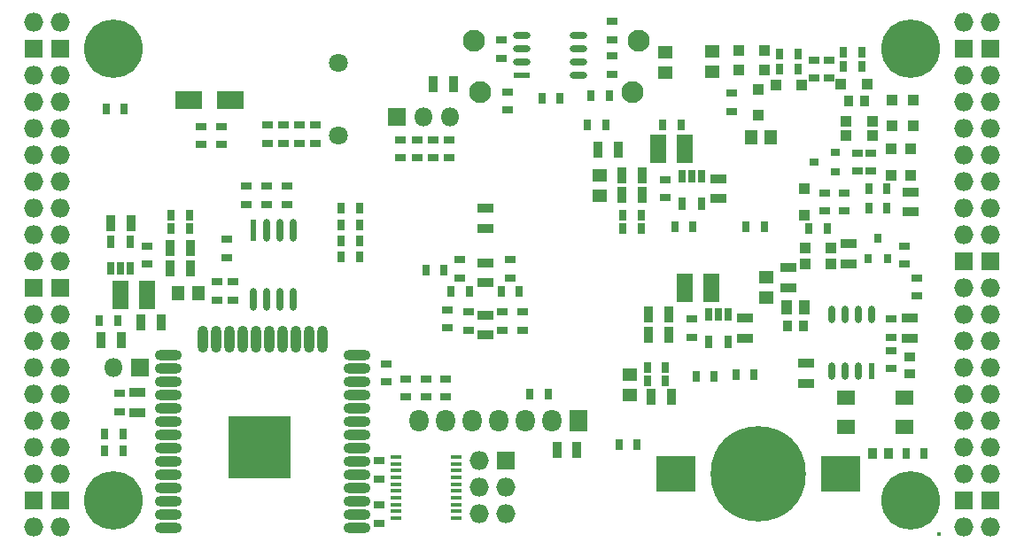
<source format=gbs>
G04 #@! TF.GenerationSoftware,KiCad,Pcbnew,5.0.0-rc2+dfsg1-3*
G04 #@! TF.CreationDate,2018-07-04T13:00:34+02:00*
G04 #@! TF.ProjectId,ulx3s,756C7833732E6B696361645F70636200,rev?*
G04 #@! TF.SameCoordinates,Original*
G04 #@! TF.FileFunction,Soldermask,Bot*
G04 #@! TF.FilePolarity,Negative*
%FSLAX46Y46*%
G04 Gerber Fmt 4.6, Leading zero omitted, Abs format (unit mm)*
G04 Created by KiCad (PCBNEW 5.0.0-rc2+dfsg1-3) date Wed Jul  4 13:00:34 2018*
%MOMM*%
%LPD*%
G01*
G04 APERTURE LIST*
%ADD10R,3.700000X3.500000*%
%ADD11C,9.100000*%
%ADD12R,1.550000X0.600000*%
%ADD13O,1.650000X0.700000*%
%ADD14R,0.600000X2.100000*%
%ADD15O,0.700000X2.200000*%
%ADD16R,0.600000X1.550000*%
%ADD17O,0.700000X1.650000*%
%ADD18R,1.000000X0.400000*%
%ADD19R,0.700000X1.200000*%
%ADD20O,2.600000X1.000000*%
%ADD21O,1.000000X2.600000*%
%ADD22R,6.000000X6.000000*%
%ADD23O,1.827200X1.827200*%
%ADD24R,1.727200X1.727200*%
%ADD25C,5.600000*%
%ADD26R,1.727200X2.032000*%
%ADD27O,1.827200X2.132000*%
%ADD28C,1.800000*%
%ADD29R,1.800000X1.400000*%
%ADD30R,0.970000X1.500000*%
%ADD31R,0.670000X1.000000*%
%ADD32R,1.500000X0.970000*%
%ADD33R,1.000000X0.670000*%
%ADD34C,2.100000*%
%ADD35R,1.000000X1.000000*%
%ADD36C,0.400000*%
%ADD37R,1.700000X1.700000*%
%ADD38O,1.800000X1.800000*%
%ADD39R,1.500000X2.700000*%
%ADD40R,1.295000X1.400000*%
%ADD41R,1.400000X1.295000*%
%ADD42R,2.500000X1.800000*%
%ADD43R,0.800000X0.900000*%
%ADD44R,0.900000X0.800000*%
%ADD45R,0.820000X1.000000*%
%ADD46R,1.000000X0.820000*%
%ADD47R,1.120000X1.400000*%
G04 APERTURE END LIST*
D10*
G04 #@! TO.C,BAT1*
X172485000Y-105870000D03*
X156685000Y-105870000D03*
D11*
X164585000Y-105870000D03*
G04 #@! TD*
D12*
G04 #@! TO.C,U11*
X141980000Y-67706500D03*
D13*
X141980000Y-66436500D03*
X141980000Y-65166500D03*
X141980000Y-63896500D03*
X147380000Y-63896500D03*
X147380000Y-65166500D03*
X147380000Y-66436500D03*
X147380000Y-67706500D03*
G04 #@! TD*
D14*
G04 #@! TO.C,U10*
X116340000Y-82520000D03*
D15*
X117610000Y-82520000D03*
X118880000Y-82520000D03*
X120150000Y-82520000D03*
X120150000Y-89124000D03*
X118880000Y-89124000D03*
X117610000Y-89124000D03*
X116340000Y-89124000D03*
G04 #@! TD*
D16*
G04 #@! TO.C,U7*
X175395000Y-96015000D03*
D17*
X174125000Y-96015000D03*
X172855000Y-96015000D03*
X171585000Y-96015000D03*
X171585000Y-90615000D03*
X172855000Y-90615000D03*
X174125000Y-90615000D03*
X175395000Y-90615000D03*
G04 #@! TD*
D18*
G04 #@! TO.C,U6*
X129935000Y-104215000D03*
X129935000Y-104865000D03*
X129935000Y-105515000D03*
X129935000Y-106165000D03*
X129935000Y-106815000D03*
X129935000Y-107465000D03*
X129935000Y-108115000D03*
X129935000Y-108765000D03*
X129935000Y-109415000D03*
X129935000Y-110065000D03*
X135735000Y-110065000D03*
X135735000Y-109415000D03*
X135735000Y-108765000D03*
X135735000Y-108115000D03*
X135735000Y-107465000D03*
X135735000Y-106815000D03*
X135735000Y-106165000D03*
X135735000Y-105515000D03*
X135735000Y-104865000D03*
X135735000Y-104215000D03*
G04 #@! TD*
D19*
G04 #@! TO.C,U5*
X157285000Y-77392000D03*
X158235000Y-77392000D03*
X159185000Y-77392000D03*
X159185000Y-79992000D03*
X157285000Y-79992000D03*
G04 #@! TD*
G04 #@! TO.C,U3*
X159825000Y-90600000D03*
X160775000Y-90600000D03*
X161725000Y-90600000D03*
X161725000Y-93200000D03*
X159825000Y-93200000D03*
G04 #@! TD*
G04 #@! TO.C,U4*
X104575000Y-86215000D03*
X103625000Y-86215000D03*
X102675000Y-86215000D03*
X102675000Y-83615000D03*
X104575000Y-83615000D03*
G04 #@! TD*
D20*
G04 #@! TO.C,U9*
X126230000Y-111000000D03*
X126230000Y-109730000D03*
X126230000Y-108460000D03*
X126230000Y-107190000D03*
X126230000Y-105920000D03*
X126230000Y-104650000D03*
X126230000Y-103380000D03*
X126230000Y-102110000D03*
X126230000Y-100840000D03*
X126230000Y-99570000D03*
X126230000Y-98300000D03*
X126230000Y-97030000D03*
X126230000Y-95760000D03*
X126230000Y-94490000D03*
D21*
X122945000Y-93000000D03*
X121675000Y-93000000D03*
X120405000Y-93000000D03*
X119135000Y-93000000D03*
X117865000Y-93000000D03*
X116595000Y-93000000D03*
X115325000Y-93000000D03*
X114055000Y-93000000D03*
X112785000Y-93000000D03*
X111515000Y-93000000D03*
D20*
X108230000Y-94490000D03*
X108230000Y-95760000D03*
X108230000Y-97030000D03*
X108230000Y-98300000D03*
X108230000Y-99570000D03*
X108230000Y-100840000D03*
X108230000Y-102110000D03*
X108230000Y-103380000D03*
X108230000Y-104650000D03*
X108230000Y-105920000D03*
X108230000Y-107190000D03*
X108230000Y-108460000D03*
X108230000Y-109730000D03*
X108230000Y-111000000D03*
D22*
X116930000Y-103300000D03*
G04 #@! TD*
D23*
G04 #@! TO.C,J1*
X97910000Y-62690000D03*
X95370000Y-62690000D03*
D24*
X97910000Y-65230000D03*
X95370000Y-65230000D03*
D23*
X97910000Y-67770000D03*
X95370000Y-67770000D03*
X97910000Y-70310000D03*
X95370000Y-70310000D03*
X97910000Y-72850000D03*
X95370000Y-72850000D03*
X97910000Y-75390000D03*
X95370000Y-75390000D03*
X97910000Y-77930000D03*
X95370000Y-77930000D03*
X97910000Y-80470000D03*
X95370000Y-80470000D03*
X97910000Y-83010000D03*
X95370000Y-83010000D03*
X97910000Y-85550000D03*
X95370000Y-85550000D03*
D24*
X97910000Y-88090000D03*
X95370000Y-88090000D03*
D23*
X97910000Y-90630000D03*
X95370000Y-90630000D03*
X97910000Y-93170000D03*
X95370000Y-93170000D03*
X97910000Y-95710000D03*
X95370000Y-95710000D03*
X97910000Y-98250000D03*
X95370000Y-98250000D03*
X97910000Y-100790000D03*
X95370000Y-100790000D03*
X97910000Y-103330000D03*
X95370000Y-103330000D03*
X97910000Y-105870000D03*
X95370000Y-105870000D03*
D24*
X97910000Y-108410000D03*
X95370000Y-108410000D03*
D23*
X97910000Y-110950000D03*
X95370000Y-110950000D03*
G04 #@! TD*
G04 #@! TO.C,J2*
X184270000Y-110950000D03*
X186810000Y-110950000D03*
D24*
X184270000Y-108410000D03*
X186810000Y-108410000D03*
D23*
X184270000Y-105870000D03*
X186810000Y-105870000D03*
X184270000Y-103330000D03*
X186810000Y-103330000D03*
X184270000Y-100790000D03*
X186810000Y-100790000D03*
X184270000Y-98250000D03*
X186810000Y-98250000D03*
X184270000Y-95710000D03*
X186810000Y-95710000D03*
X184270000Y-93170000D03*
X186810000Y-93170000D03*
X184270000Y-90630000D03*
X186810000Y-90630000D03*
X184270000Y-88090000D03*
X186810000Y-88090000D03*
D24*
X184270000Y-85550000D03*
X186810000Y-85550000D03*
D23*
X184270000Y-83010000D03*
X186810000Y-83010000D03*
X184270000Y-80470000D03*
X186810000Y-80470000D03*
X184270000Y-77930000D03*
X186810000Y-77930000D03*
X184270000Y-75390000D03*
X186810000Y-75390000D03*
X184270000Y-72850000D03*
X186810000Y-72850000D03*
X184270000Y-70310000D03*
X186810000Y-70310000D03*
X184270000Y-67770000D03*
X186810000Y-67770000D03*
D24*
X184270000Y-65230000D03*
X186810000Y-65230000D03*
D23*
X184270000Y-62690000D03*
X186810000Y-62690000D03*
G04 #@! TD*
D25*
G04 #@! TO.C,H1*
X102990000Y-108410000D03*
G04 #@! TD*
G04 #@! TO.C,H2*
X179190000Y-108410000D03*
G04 #@! TD*
G04 #@! TO.C,H3*
X179190000Y-65230000D03*
G04 #@! TD*
G04 #@! TO.C,H4*
X102990000Y-65230000D03*
G04 #@! TD*
D24*
G04 #@! TO.C,J4*
X140455000Y-104600000D03*
D23*
X137915000Y-104600000D03*
X140455000Y-107140000D03*
X137915000Y-107140000D03*
X140455000Y-109680000D03*
X137915000Y-109680000D03*
G04 #@! TD*
D26*
G04 #@! TO.C,OLED1*
X147440000Y-100790000D03*
D27*
X144900000Y-100790000D03*
X142360000Y-100790000D03*
X139820000Y-100790000D03*
X137280000Y-100790000D03*
X134740000Y-100790000D03*
X132200000Y-100790000D03*
G04 #@! TD*
D28*
G04 #@! TO.C,AUDIO1*
X124468000Y-66518000D03*
X124468000Y-73518000D03*
G04 #@! TD*
D29*
G04 #@! TO.C,Y2*
X178576000Y-98522000D03*
X172976000Y-98522000D03*
X172976000Y-101322000D03*
X178576000Y-101322000D03*
G04 #@! TD*
D30*
G04 #@! TO.C,C47*
X133546000Y-68550000D03*
X135456000Y-68550000D03*
G04 #@! TD*
G04 #@! TO.C,C1*
X102748500Y-81885000D03*
X104658500Y-81885000D03*
G04 #@! TD*
D31*
G04 #@! TO.C,C2*
X153985000Y-96910000D03*
X155735000Y-96910000D03*
G04 #@! TD*
D30*
G04 #@! TO.C,C3*
X156015000Y-90630000D03*
X154105000Y-90630000D03*
G04 #@! TD*
G04 #@! TO.C,C4*
X154105000Y-92535000D03*
X156015000Y-92535000D03*
G04 #@! TD*
D32*
G04 #@! TO.C,C5*
X163315000Y-90945000D03*
X163315000Y-92855000D03*
G04 #@! TD*
D31*
G04 #@! TO.C,C6*
X151645000Y-82375000D03*
X153395000Y-82375000D03*
G04 #@! TD*
D30*
G04 #@! TO.C,C7*
X153475000Y-79200000D03*
X151565000Y-79200000D03*
G04 #@! TD*
G04 #@! TO.C,C8*
X153475000Y-77295000D03*
X151565000Y-77295000D03*
G04 #@! TD*
D32*
G04 #@! TO.C,C9*
X160775000Y-79520000D03*
X160775000Y-77610000D03*
G04 #@! TD*
D31*
G04 #@! TO.C,C10*
X108465000Y-81105000D03*
X110215000Y-81105000D03*
G04 #@! TD*
D30*
G04 #@! TO.C,C11*
X108385000Y-84280000D03*
X110295000Y-84280000D03*
G04 #@! TD*
G04 #@! TO.C,C12*
X110295000Y-86185000D03*
X108385000Y-86185000D03*
G04 #@! TD*
D32*
G04 #@! TO.C,C13*
X173221000Y-83833000D03*
X173221000Y-85743000D03*
G04 #@! TD*
D33*
G04 #@! TO.C,C14*
X175380000Y-76900000D03*
X175380000Y-75150000D03*
G04 #@! TD*
D32*
G04 #@! TO.C,C15*
X105276000Y-99967000D03*
X105276000Y-98057000D03*
G04 #@! TD*
G04 #@! TO.C,C16*
X167506000Y-88029000D03*
X167506000Y-86119000D03*
G04 #@! TD*
G04 #@! TO.C,C17*
X138500000Y-90665000D03*
X138500000Y-92575000D03*
G04 #@! TD*
D33*
G04 #@! TO.C,C18*
X150589600Y-64359000D03*
X150589600Y-62609000D03*
G04 #@! TD*
D32*
G04 #@! TO.C,C19*
X138500000Y-82375000D03*
X138500000Y-80465000D03*
G04 #@! TD*
G04 #@! TO.C,C20*
X138500000Y-87575000D03*
X138500000Y-85665000D03*
G04 #@! TD*
D30*
G04 #@! TO.C,C21*
X103706000Y-93061000D03*
X101796000Y-93061000D03*
G04 #@! TD*
G04 #@! TO.C,C22*
X154359000Y-98504000D03*
X156269000Y-98504000D03*
G04 #@! TD*
G04 #@! TO.C,C23*
X105591000Y-91392000D03*
X107501000Y-91392000D03*
G04 #@! TD*
G04 #@! TO.C,C24*
X151189000Y-74882000D03*
X149279000Y-74882000D03*
G04 #@! TD*
D33*
G04 #@! TO.C,C25*
X140900000Y-87095000D03*
X140900000Y-85345000D03*
G04 #@! TD*
G04 #@! TO.C,C26*
X136100000Y-87095000D03*
X136100000Y-85345000D03*
G04 #@! TD*
G04 #@! TO.C,C27*
X136900000Y-92095000D03*
X136900000Y-90345000D03*
G04 #@! TD*
G04 #@! TO.C,C28*
X140100000Y-90345000D03*
X140100000Y-92095000D03*
G04 #@! TD*
G04 #@! TO.C,C29*
X142100000Y-92095000D03*
X142100000Y-90345000D03*
G04 #@! TD*
G04 #@! TO.C,C30*
X134900000Y-90145000D03*
X134900000Y-91895000D03*
G04 #@! TD*
D31*
G04 #@! TO.C,C31*
X135225000Y-88420000D03*
X136975000Y-88420000D03*
G04 #@! TD*
G04 #@! TO.C,C32*
X140025000Y-88420000D03*
X141775000Y-88420000D03*
G04 #@! TD*
G04 #@! TO.C,C33*
X163425000Y-82220000D03*
X165175000Y-82220000D03*
G04 #@! TD*
G04 #@! TO.C,C34*
X158375000Y-82220000D03*
X156625000Y-82220000D03*
G04 #@! TD*
D33*
G04 #@! TO.C,C35*
X177300000Y-94025000D03*
X177300000Y-95775000D03*
G04 #@! TD*
D30*
G04 #@! TO.C,C46*
X145342000Y-103584000D03*
X147252000Y-103584000D03*
G04 #@! TD*
D31*
G04 #@! TO.C,C48*
X103995000Y-70963000D03*
X102245000Y-70963000D03*
G04 #@! TD*
G04 #@! TO.C,C49*
X103372000Y-91156000D03*
X101622000Y-91156000D03*
G04 #@! TD*
D33*
G04 #@! TO.C,C50*
X179713000Y-88856000D03*
X179713000Y-87106000D03*
G04 #@! TD*
D31*
G04 #@! TO.C,C51*
X180473000Y-103856000D03*
X178723000Y-103856000D03*
G04 #@! TD*
G04 #@! TO.C,C52*
X158645000Y-96490000D03*
X160395000Y-96490000D03*
G04 #@! TD*
G04 #@! TO.C,C53*
X132827200Y-86330000D03*
X134577200Y-86330000D03*
G04 #@! TD*
D32*
G04 #@! TO.C,C54*
X169172000Y-95281000D03*
X169172000Y-97191000D03*
G04 #@! TD*
G04 #@! TO.C,D11*
X179190000Y-80790000D03*
X179190000Y-78880000D03*
G04 #@! TD*
D34*
G04 #@! TO.C,GPDI1*
X152546000Y-69312000D03*
X138046000Y-69312000D03*
X153146000Y-64412000D03*
X137446000Y-64412000D03*
G04 #@! TD*
D35*
G04 #@! TO.C,D10*
X169050000Y-84280000D03*
X171550000Y-84280000D03*
G04 #@! TD*
G04 #@! TO.C,D12*
X169030000Y-78585000D03*
X169030000Y-81085000D03*
G04 #@! TD*
G04 #@! TO.C,D13*
X171550000Y-85804000D03*
X169050000Y-85804000D03*
G04 #@! TD*
G04 #@! TO.C,D14*
X179190000Y-74775000D03*
X179190000Y-77275000D03*
G04 #@! TD*
G04 #@! TO.C,D15*
X177285000Y-77275000D03*
X177285000Y-74775000D03*
G04 #@! TD*
G04 #@! TO.C,D16*
X172987000Y-73503000D03*
X175487000Y-73503000D03*
G04 #@! TD*
G04 #@! TO.C,D17*
X164585000Y-69060000D03*
X164585000Y-71560000D03*
G04 #@! TD*
G04 #@! TO.C,D20*
X168756000Y-68659000D03*
X166256000Y-68659000D03*
G04 #@! TD*
G04 #@! TO.C,D21*
X174979000Y-68550000D03*
X172479000Y-68550000D03*
G04 #@! TD*
G04 #@! TO.C,D23*
X165200000Y-67262000D03*
X162700000Y-67262000D03*
G04 #@! TD*
G04 #@! TO.C,D24*
X162700000Y-65357000D03*
X165200000Y-65357000D03*
G04 #@! TD*
G04 #@! TO.C,D25*
X177412000Y-72594000D03*
X177412000Y-70094000D03*
G04 #@! TD*
G04 #@! TO.C,D26*
X179444000Y-70094000D03*
X179444000Y-72594000D03*
G04 #@! TD*
D36*
G04 #@! TO.C,AE1*
X181872000Y-111603000D03*
G04 #@! TD*
D33*
G04 #@! TO.C,R49*
X113277000Y-74360000D03*
X113277000Y-72610000D03*
G04 #@! TD*
G04 #@! TO.C,R50*
X111372000Y-72610000D03*
X111372000Y-74360000D03*
G04 #@! TD*
D31*
G04 #@! TO.C,R51*
X155455000Y-72487000D03*
X157205000Y-72487000D03*
G04 #@! TD*
D33*
G04 #@! TO.C,R52*
X171331000Y-66278000D03*
X171331000Y-68028000D03*
G04 #@! TD*
G04 #@! TO.C,R53*
X169919000Y-68028000D03*
X169919000Y-66278000D03*
G04 #@! TD*
D31*
G04 #@! TO.C,R54*
X174477000Y-65502000D03*
X172727000Y-65502000D03*
G04 #@! TD*
D33*
G04 #@! TO.C,R56*
X128390000Y-106321000D03*
X128390000Y-104571000D03*
G04 #@! TD*
G04 #@! TO.C,R57*
X117722000Y-72483000D03*
X117722000Y-74233000D03*
G04 #@! TD*
G04 #@! TO.C,R58*
X119246000Y-74233000D03*
X119246000Y-72483000D03*
G04 #@! TD*
G04 #@! TO.C,R59*
X120770000Y-72483000D03*
X120770000Y-74233000D03*
G04 #@! TD*
G04 #@! TO.C,R60*
X122294000Y-74233000D03*
X122294000Y-72483000D03*
G04 #@! TD*
D31*
G04 #@! TO.C,R61*
X145655000Y-69900000D03*
X143905000Y-69900000D03*
G04 #@! TD*
D37*
G04 #@! TO.C,J3*
X105530000Y-95710000D03*
D38*
X102990000Y-95710000D03*
G04 #@! TD*
D37*
G04 #@! TO.C,J5*
X130056000Y-71725000D03*
D38*
X132596000Y-71725000D03*
X135136000Y-71725000D03*
G04 #@! TD*
D31*
G04 #@! TO.C,R40*
X166631000Y-65738000D03*
X168381000Y-65738000D03*
G04 #@! TD*
D33*
G04 #@! TO.C,R55*
X134740000Y-96740000D03*
X134740000Y-98490000D03*
G04 #@! TD*
D32*
G04 #@! TO.C,C55*
X179078000Y-90963000D03*
X179078000Y-92873000D03*
G04 #@! TD*
D33*
G04 #@! TO.C,R65*
X177300000Y-92793000D03*
X177300000Y-91043000D03*
G04 #@! TD*
D39*
G04 #@! TO.C,L1*
X160140000Y-88090000D03*
X157600000Y-88090000D03*
G04 #@! TD*
G04 #@! TO.C,L2*
X103625000Y-88725000D03*
X106165000Y-88725000D03*
G04 #@! TD*
G04 #@! TO.C,L3*
X155060000Y-74755000D03*
X157600000Y-74755000D03*
G04 #@! TD*
D31*
G04 #@! TO.C,R1*
X171175000Y-82375000D03*
X169425000Y-82375000D03*
G04 #@! TD*
D33*
G04 #@! TO.C,R2*
X172840000Y-78960000D03*
X172840000Y-80710000D03*
G04 #@! TD*
G04 #@! TO.C,R3*
X162045000Y-71185000D03*
X162045000Y-69435000D03*
G04 #@! TD*
D31*
G04 #@! TO.C,R4*
X176890000Y-80470000D03*
X175140000Y-80470000D03*
G04 #@! TD*
D33*
G04 #@! TO.C,R5*
X174110000Y-75150000D03*
X174110000Y-76900000D03*
G04 #@! TD*
G04 #@! TO.C,R6*
X178555000Y-85790000D03*
X178555000Y-84040000D03*
G04 #@! TD*
G04 #@! TO.C,R7*
X113785000Y-85155000D03*
X113785000Y-83405000D03*
G04 #@! TD*
G04 #@! TO.C,R8*
X170935000Y-80710000D03*
X170935000Y-78960000D03*
G04 #@! TD*
G04 #@! TO.C,R9*
X128390000Y-110555000D03*
X128390000Y-108805000D03*
G04 #@! TD*
D31*
G04 #@! TO.C,R10*
X151264000Y-103076000D03*
X153014000Y-103076000D03*
G04 #@! TD*
D33*
G04 #@! TO.C,R11*
X119515000Y-80093000D03*
X119515000Y-78343000D03*
G04 #@! TD*
G04 #@! TO.C,R12*
X114420000Y-89219000D03*
X114420000Y-87469000D03*
G04 #@! TD*
D31*
G04 #@! TO.C,R13*
X175140000Y-78565000D03*
X176890000Y-78565000D03*
G04 #@! TD*
G04 #@! TO.C,R14*
X124721000Y-85060000D03*
X126471000Y-85060000D03*
G04 #@! TD*
G04 #@! TO.C,R15*
X126471000Y-83536000D03*
X124721000Y-83536000D03*
G04 #@! TD*
G04 #@! TO.C,R16*
X124721000Y-82012000D03*
X126471000Y-82012000D03*
G04 #@! TD*
G04 #@! TO.C,R17*
X126471000Y-80470000D03*
X124721000Y-80470000D03*
G04 #@! TD*
D33*
G04 #@! TO.C,R18*
X130422000Y-73898000D03*
X130422000Y-75648000D03*
G04 #@! TD*
G04 #@! TO.C,R19*
X131961000Y-73898000D03*
X131961000Y-75648000D03*
G04 #@! TD*
G04 #@! TO.C,R20*
X133485000Y-73898000D03*
X133485000Y-75648000D03*
G04 #@! TD*
G04 #@! TO.C,R21*
X135009000Y-75648000D03*
X135009000Y-73898000D03*
G04 #@! TD*
G04 #@! TO.C,R22*
X140025500Y-66105000D03*
X140025500Y-64355000D03*
G04 #@! TD*
G04 #@! TO.C,R23*
X140597000Y-71076000D03*
X140597000Y-69326000D03*
G04 #@! TD*
G04 #@! TO.C,R24*
X150615000Y-67647000D03*
X150615000Y-65897000D03*
G04 #@! TD*
D31*
G04 #@! TO.C,R25*
X148300000Y-72487000D03*
X150050000Y-72487000D03*
G04 #@! TD*
G04 #@! TO.C,R26*
X150362000Y-69693000D03*
X148612000Y-69693000D03*
G04 #@! TD*
D33*
G04 #@! TO.C,R27*
X129025000Y-95300000D03*
X129025000Y-97050000D03*
G04 #@! TD*
G04 #@! TO.C,R28*
X117595000Y-78343000D03*
X117595000Y-80093000D03*
G04 #@! TD*
G04 #@! TO.C,R29*
X112896000Y-89219000D03*
X112896000Y-87469000D03*
G04 #@! TD*
G04 #@! TO.C,R30*
X115690000Y-78343000D03*
X115690000Y-80093000D03*
G04 #@! TD*
D31*
G04 #@! TO.C,R31*
X142755000Y-98250000D03*
X144505000Y-98250000D03*
G04 #@! TD*
D33*
G04 #@! TO.C,R32*
X132835000Y-98490000D03*
X132835000Y-96740000D03*
G04 #@! TD*
G04 #@! TO.C,R33*
X130930000Y-96740000D03*
X130930000Y-98490000D03*
G04 #@! TD*
D31*
G04 #@! TO.C,R34*
X102115000Y-103600000D03*
X103865000Y-103600000D03*
G04 #@! TD*
G04 #@! TO.C,R35*
X102115000Y-102060000D03*
X103865000Y-102060000D03*
G04 #@! TD*
D33*
G04 #@! TO.C,R38*
X103576500Y-99905000D03*
X103576500Y-98155000D03*
G04 #@! TD*
D31*
G04 #@! TO.C,R39*
X164190000Y-96345000D03*
X162440000Y-96345000D03*
G04 #@! TD*
G04 #@! TO.C,R63*
X168381000Y-67135000D03*
X166631000Y-67135000D03*
G04 #@! TD*
G04 #@! TO.C,R64*
X174475000Y-66899000D03*
X172725000Y-66899000D03*
G04 #@! TD*
G04 #@! TO.C,RA1*
X153985000Y-95640000D03*
X155735000Y-95640000D03*
G04 #@! TD*
G04 #@! TO.C,RA2*
X110215000Y-82375000D03*
X108465000Y-82375000D03*
G04 #@! TD*
G04 #@! TO.C,RA3*
X151645000Y-81105000D03*
X153395000Y-81105000D03*
G04 #@! TD*
D33*
G04 #@! TO.C,RB1*
X158235000Y-92775000D03*
X158235000Y-91025000D03*
G04 #@! TD*
G04 #@! TO.C,RB2*
X106165000Y-85790000D03*
X106165000Y-84040000D03*
G04 #@! TD*
G04 #@! TO.C,RB3*
X155695000Y-79440000D03*
X155695000Y-77690000D03*
G04 #@! TD*
D40*
G04 #@! TO.C,RD9*
X165821500Y-73630000D03*
X163886500Y-73630000D03*
G04 #@! TD*
D41*
G04 #@! TO.C,RD51*
X155710000Y-65550500D03*
X155710000Y-67485500D03*
G04 #@! TD*
G04 #@! TO.C,RD52*
X160155000Y-67358500D03*
X160155000Y-65423500D03*
G04 #@! TD*
G04 #@! TO.C,RP1*
X152281000Y-96393500D03*
X152281000Y-98328500D03*
G04 #@! TD*
D40*
G04 #@! TO.C,RP2*
X111069500Y-88598000D03*
X109134500Y-88598000D03*
G04 #@! TD*
D41*
G04 #@! TO.C,RP3*
X149472000Y-77343500D03*
X149472000Y-79278500D03*
G04 #@! TD*
D42*
G04 #@! TO.C,D8*
X110149000Y-70074000D03*
X114149000Y-70074000D03*
G04 #@! TD*
D43*
G04 #@! TO.C,Q1*
X176015000Y-83280000D03*
X175065000Y-85280000D03*
X176965000Y-85280000D03*
G04 #@! TD*
D44*
G04 #@! TO.C,Q2*
X171935000Y-75075000D03*
X171935000Y-76975000D03*
X169935000Y-76025000D03*
G04 #@! TD*
D35*
G04 #@! TO.C,D27*
X175502000Y-72106000D03*
X173002000Y-72106000D03*
G04 #@! TD*
D45*
G04 #@! TO.C,R66*
X173198000Y-70201000D03*
X174798000Y-70201000D03*
G04 #@! TD*
D46*
G04 #@! TO.C,C56*
X179078000Y-96274000D03*
X179078000Y-94674000D03*
G04 #@! TD*
D45*
G04 #@! TO.C,C57*
X177084000Y-103856000D03*
X175484000Y-103856000D03*
G04 #@! TD*
D47*
G04 #@! TO.C,C58*
X167276000Y-89886000D03*
X169036000Y-89886000D03*
G04 #@! TD*
D45*
G04 #@! TO.C,C59*
X167356000Y-91664000D03*
X168956000Y-91664000D03*
G04 #@! TD*
D41*
G04 #@! TO.C,L4*
X165362000Y-87013500D03*
X165362000Y-88948500D03*
G04 #@! TD*
M02*

</source>
